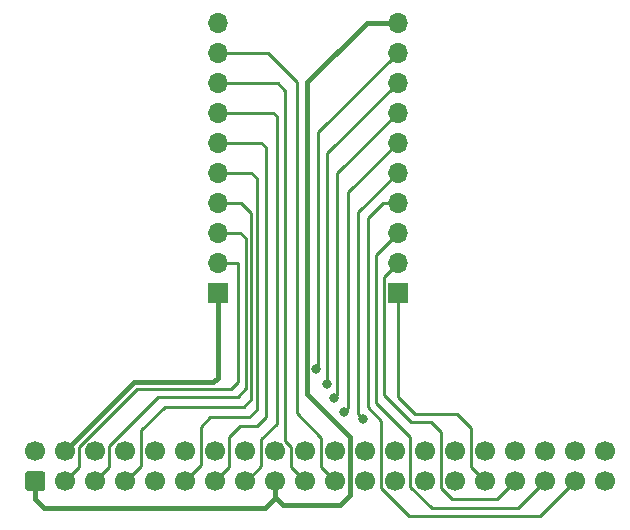
<source format=gbr>
%TF.GenerationSoftware,KiCad,Pcbnew,5.1.12-84ad8e8a86~92~ubuntu18.04.1*%
%TF.CreationDate,2022-06-27T03:15:35+02:00*%
%TF.ProjectId,Parallel-cobbler,50617261-6c6c-4656-9c2d-636f62626c65,rev?*%
%TF.SameCoordinates,Original*%
%TF.FileFunction,Copper,L1,Top*%
%TF.FilePolarity,Positive*%
%FSLAX46Y46*%
G04 Gerber Fmt 4.6, Leading zero omitted, Abs format (unit mm)*
G04 Created by KiCad (PCBNEW 5.1.12-84ad8e8a86~92~ubuntu18.04.1) date 2022-06-27 03:15:35*
%MOMM*%
%LPD*%
G01*
G04 APERTURE LIST*
%TA.AperFunction,ComponentPad*%
%ADD10O,1.700000X1.700000*%
%TD*%
%TA.AperFunction,ComponentPad*%
%ADD11R,1.700000X1.700000*%
%TD*%
%TA.AperFunction,ComponentPad*%
%ADD12C,1.700000*%
%TD*%
%TA.AperFunction,ViaPad*%
%ADD13C,0.800000*%
%TD*%
%TA.AperFunction,Conductor*%
%ADD14C,0.400000*%
%TD*%
%TA.AperFunction,Conductor*%
%ADD15C,0.250000*%
%TD*%
G04 APERTURE END LIST*
D10*
%TO.P,J3,10*%
%TO.N,+3V3*%
X143250000Y-28040000D03*
%TO.P,J3,9*%
%TO.N,/s7*%
X143250000Y-30580000D03*
%TO.P,J3,8*%
%TO.N,/s6*%
X143250000Y-33120000D03*
%TO.P,J3,7*%
%TO.N,/s5*%
X143250000Y-35660000D03*
%TO.P,J3,6*%
%TO.N,/s4*%
X143250000Y-38200000D03*
%TO.P,J3,5*%
%TO.N,/s3*%
X143250000Y-40740000D03*
%TO.P,J3,4*%
%TO.N,/c3*%
X143250000Y-43280000D03*
%TO.P,J3,3*%
%TO.N,/c2*%
X143250000Y-45820000D03*
%TO.P,J3,2*%
%TO.N,/c1*%
X143250000Y-48360000D03*
D11*
%TO.P,J3,1*%
%TO.N,/c0*%
X143250000Y-50900000D03*
%TD*%
D10*
%TO.P,J1,10*%
%TO.N,GND*%
X128000000Y-28050000D03*
%TO.P,J1,9*%
%TO.N,/d7*%
X128000000Y-30590000D03*
%TO.P,J1,8*%
%TO.N,/d6*%
X128000000Y-33130000D03*
%TO.P,J1,7*%
%TO.N,/d5*%
X128000000Y-35670000D03*
%TO.P,J1,6*%
%TO.N,/d4*%
X128000000Y-38210000D03*
%TO.P,J1,5*%
%TO.N,/d3*%
X128000000Y-40750000D03*
%TO.P,J1,4*%
%TO.N,/d2*%
X128000000Y-43290000D03*
%TO.P,J1,3*%
%TO.N,/d1*%
X128000000Y-45830000D03*
%TO.P,J1,2*%
%TO.N,/d0*%
X128000000Y-48370000D03*
D11*
%TO.P,J1,1*%
%TO.N,+5V*%
X128000000Y-50910000D03*
%TD*%
D12*
%TO.P,J2,40*%
%TO.N,/s7*%
X160810000Y-64310000D03*
%TO.P,J2,38*%
%TO.N,/s6*%
X158270000Y-64310000D03*
%TO.P,J2,36*%
%TO.N,/s5*%
X155730000Y-64310000D03*
%TO.P,J2,34*%
%TO.N,GND*%
X153190000Y-64310000D03*
%TO.P,J2,32*%
%TO.N,/s4*%
X150650000Y-64310000D03*
%TO.P,J2,30*%
%TO.N,GND*%
X148110000Y-64310000D03*
%TO.P,J2,28*%
%TO.N,/s3*%
X145570000Y-64310000D03*
%TO.P,J2,26*%
%TO.N,Net-(J2-Pad26)*%
X143030000Y-64310000D03*
%TO.P,J2,24*%
%TO.N,Net-(J2-Pad24)*%
X140490000Y-64310000D03*
%TO.P,J2,22*%
%TO.N,Net-(J2-Pad22)*%
X137950000Y-64310000D03*
%TO.P,J2,20*%
%TO.N,GND*%
X135410000Y-64310000D03*
%TO.P,J2,18*%
%TO.N,Net-(J2-Pad18)*%
X132870000Y-64310000D03*
%TO.P,J2,16*%
%TO.N,Net-(J2-Pad16)*%
X130330000Y-64310000D03*
%TO.P,J2,14*%
%TO.N,GND*%
X127790000Y-64310000D03*
%TO.P,J2,12*%
%TO.N,Net-(J2-Pad12)*%
X125250000Y-64310000D03*
%TO.P,J2,10*%
%TO.N,Net-(J2-Pad10)*%
X122710000Y-64310000D03*
%TO.P,J2,8*%
%TO.N,Net-(J2-Pad8)*%
X120170000Y-64310000D03*
%TO.P,J2,6*%
%TO.N,GND*%
X117630000Y-64310000D03*
%TO.P,J2,4*%
%TO.N,+5V*%
X115090000Y-64310000D03*
%TO.P,J2,2*%
X112550000Y-64310000D03*
%TO.P,J2,39*%
%TO.N,GND*%
X160810000Y-66850000D03*
%TO.P,J2,37*%
%TO.N,/c3*%
X158270000Y-66850000D03*
%TO.P,J2,35*%
%TO.N,/c2*%
X155730000Y-66850000D03*
%TO.P,J2,33*%
%TO.N,/c1*%
X153190000Y-66850000D03*
%TO.P,J2,31*%
%TO.N,/c0*%
X150650000Y-66850000D03*
%TO.P,J2,29*%
%TO.N,Net-(J2-Pad29)*%
X148110000Y-66850000D03*
%TO.P,J2,27*%
%TO.N,Net-(J2-Pad27)*%
X145570000Y-66850000D03*
%TO.P,J2,25*%
%TO.N,GND*%
X143030000Y-66850000D03*
%TO.P,J2,23*%
%TO.N,Net-(J2-Pad23)*%
X140490000Y-66850000D03*
%TO.P,J2,21*%
%TO.N,/d7*%
X137950000Y-66850000D03*
%TO.P,J2,19*%
%TO.N,/d6*%
X135410000Y-66850000D03*
%TO.P,J2,17*%
%TO.N,+3V3*%
X132870000Y-66850000D03*
%TO.P,J2,15*%
%TO.N,/d5*%
X130330000Y-66850000D03*
%TO.P,J2,13*%
%TO.N,/d4*%
X127790000Y-66850000D03*
%TO.P,J2,11*%
%TO.N,/d3*%
X125250000Y-66850000D03*
%TO.P,J2,9*%
%TO.N,GND*%
X122710000Y-66850000D03*
%TO.P,J2,7*%
%TO.N,/d2*%
X120170000Y-66850000D03*
%TO.P,J2,5*%
%TO.N,/d1*%
X117630000Y-66850000D03*
%TO.P,J2,3*%
%TO.N,/d0*%
X115090000Y-66850000D03*
%TO.P,J2,1*%
%TO.N,+3V3*%
%TA.AperFunction,ComponentPad*%
G36*
G01*
X113150000Y-67700000D02*
X111950000Y-67700000D01*
G75*
G02*
X111700000Y-67450000I0J250000D01*
G01*
X111700000Y-66250000D01*
G75*
G02*
X111950000Y-66000000I250000J0D01*
G01*
X113150000Y-66000000D01*
G75*
G02*
X113400000Y-66250000I0J-250000D01*
G01*
X113400000Y-67450000D01*
G75*
G02*
X113150000Y-67700000I-250000J0D01*
G01*
G37*
%TD.AperFunction*%
%TD*%
D13*
%TO.N,/s3*%
X140300000Y-61600000D03*
%TO.N,/s4*%
X138700000Y-61000000D03*
%TO.N,/s5*%
X137900000Y-59850000D03*
%TO.N,/s7*%
X136350000Y-57350000D03*
%TO.N,/s6*%
X137300000Y-58650000D03*
%TD*%
D14*
%TO.N,+5V*%
X120900000Y-58500000D02*
X115090000Y-64310000D01*
X127600000Y-58500000D02*
X120900000Y-58500000D01*
X128000000Y-50910000D02*
X128000000Y-58100000D01*
X128000000Y-58100000D02*
X127600000Y-58500000D01*
%TO.N,+3V3*%
X112550000Y-66850000D02*
X112550000Y-68350000D01*
X112550000Y-68350000D02*
X113300000Y-69100000D01*
X113300000Y-69100000D02*
X132050000Y-69100000D01*
X132870000Y-68280000D02*
X132870000Y-66850000D01*
X132050000Y-69100000D02*
X132870000Y-68280000D01*
X132870000Y-66850000D02*
X132870000Y-68220000D01*
X132870000Y-68220000D02*
X133550000Y-68900000D01*
X133550000Y-68900000D02*
X138350000Y-68900000D01*
X139200001Y-68049999D02*
X139200001Y-63100001D01*
X138350000Y-68900000D02*
X139200001Y-68049999D01*
X135549999Y-59449999D02*
X135549999Y-33100001D01*
X139200001Y-63100001D02*
X135549999Y-59449999D01*
X140610000Y-28040000D02*
X143250000Y-28040000D01*
X135549999Y-33100001D02*
X140610000Y-28040000D01*
D15*
%TO.N,/c3*%
X155320000Y-69800000D02*
X158270000Y-66850000D01*
X144240998Y-69800000D02*
X155320000Y-69800000D01*
X142020000Y-43280000D02*
X140700000Y-44600000D01*
X143250000Y-43280000D02*
X142020000Y-43280000D01*
X140700000Y-44600000D02*
X140700000Y-60600000D01*
X140700000Y-60600000D02*
X141854999Y-61754999D01*
X141854999Y-61754999D02*
X141854999Y-67414001D01*
X141854999Y-67414001D02*
X144240998Y-69800000D01*
%TO.N,/c2*%
X153430000Y-69150000D02*
X155730000Y-66850000D01*
X143250000Y-45820000D02*
X141400000Y-47670000D01*
X141400000Y-60200000D02*
X144300000Y-63100000D01*
X144300000Y-63100000D02*
X144300000Y-67319002D01*
X141400000Y-47670000D02*
X141400000Y-60200000D01*
X144300000Y-67319002D02*
X146130998Y-69150000D01*
X146130998Y-69150000D02*
X153430000Y-69150000D01*
%TO.N,/s3*%
X140300000Y-61600000D02*
X139900000Y-61200000D01*
X139900000Y-44090000D02*
X143250000Y-40740000D01*
X139900000Y-61200000D02*
X139900000Y-44090000D01*
%TO.N,/c1*%
X147870998Y-68350000D02*
X151690000Y-68350000D01*
X146934999Y-67414001D02*
X147870998Y-68350000D01*
X142074999Y-49535001D02*
X142074999Y-59524999D01*
X142074999Y-59524999D02*
X144400000Y-61850000D01*
X143250000Y-48360000D02*
X142074999Y-49535001D01*
X144400000Y-61850000D02*
X146100000Y-61850000D01*
X151690000Y-68350000D02*
X153190000Y-66850000D01*
X146100000Y-61850000D02*
X146934999Y-62684999D01*
X146934999Y-62684999D02*
X146934999Y-67414001D01*
%TO.N,/s4*%
X143250000Y-38200000D02*
X139050000Y-42400000D01*
X139050000Y-42400000D02*
X139050000Y-60650000D01*
X139050000Y-60650000D02*
X138700000Y-61000000D01*
%TO.N,/s5*%
X143250000Y-35660000D02*
X138150000Y-40760000D01*
X138150000Y-40760000D02*
X138150000Y-59600000D01*
X138150000Y-59600000D02*
X137900000Y-59850000D01*
%TO.N,/s7*%
X143250000Y-30580000D02*
X136500000Y-37330000D01*
X136500000Y-37330000D02*
X136500000Y-57200000D01*
X136500000Y-57200000D02*
X136350000Y-57350000D01*
%TO.N,/s6*%
X143250000Y-33120000D02*
X137300000Y-39070000D01*
X137300000Y-39070000D02*
X137300000Y-58650000D01*
%TO.N,/d7*%
X128000000Y-30590000D02*
X132240000Y-30590000D01*
X134700000Y-33050000D02*
X134700000Y-61100000D01*
X132240000Y-30590000D02*
X134700000Y-33050000D01*
X136774999Y-65674999D02*
X137950000Y-66850000D01*
X136774999Y-63174999D02*
X136774999Y-65674999D01*
X134700000Y-61100000D02*
X136774999Y-63174999D01*
%TO.N,/d6*%
X128000000Y-33130000D02*
X133080000Y-33130000D01*
X133080000Y-33130000D02*
X133750000Y-33800000D01*
X134234999Y-65674999D02*
X135410000Y-66850000D01*
X134234999Y-63935997D02*
X134234999Y-65674999D01*
X133750000Y-63450998D02*
X134234999Y-63935997D01*
X133750000Y-33800000D02*
X133750000Y-63450998D01*
%TO.N,/d5*%
X130450000Y-66850000D02*
X130330000Y-66850000D01*
X132720000Y-35670000D02*
X133000000Y-35950000D01*
X128000000Y-35670000D02*
X132720000Y-35670000D01*
X133000000Y-35950000D02*
X133000000Y-62000000D01*
X133000000Y-62000000D02*
X131694999Y-63305001D01*
X131694999Y-65605001D02*
X130450000Y-66850000D01*
X131694999Y-63305001D02*
X131694999Y-65605001D01*
%TO.N,/d4*%
X128000000Y-38210000D02*
X131710000Y-38210000D01*
X132100000Y-38600000D02*
X132100000Y-61450000D01*
X131710000Y-38210000D02*
X132100000Y-38600000D01*
X132100000Y-61450000D02*
X131350000Y-62200000D01*
X131350000Y-62200000D02*
X129900000Y-62200000D01*
X128965001Y-65674999D02*
X127790000Y-66850000D01*
X128965001Y-63134999D02*
X128965001Y-65674999D01*
X129900000Y-62200000D02*
X128965001Y-63134999D01*
%TO.N,/d1*%
X128000000Y-45830000D02*
X129930000Y-45830000D01*
X130399980Y-46299980D02*
X130399980Y-59000020D01*
X129930000Y-45830000D02*
X130399980Y-46299980D01*
X130399980Y-59000020D02*
X129700000Y-59700000D01*
X118805001Y-65674999D02*
X117630000Y-66850000D01*
X118805001Y-63844999D02*
X118805001Y-65674999D01*
X122950000Y-59700000D02*
X118805001Y-63844999D01*
X129700000Y-59700000D02*
X122950000Y-59700000D01*
%TO.N,/d0*%
X128000000Y-48370000D02*
X129670000Y-48370000D01*
X129670000Y-48370000D02*
X129700000Y-48400000D01*
X129700000Y-48400000D02*
X129700000Y-58500000D01*
X129700000Y-58500000D02*
X129150000Y-59050000D01*
X116265001Y-65674999D02*
X115090000Y-66850000D01*
X116265001Y-63935997D02*
X116265001Y-65674999D01*
X121150998Y-59050000D02*
X116265001Y-63935997D01*
X129150000Y-59050000D02*
X121150998Y-59050000D01*
%TO.N,/c0*%
X149474999Y-65674999D02*
X150650000Y-66850000D01*
X149474999Y-62374999D02*
X149474999Y-65674999D01*
X148300000Y-61200000D02*
X149474999Y-62374999D01*
X144700000Y-61200000D02*
X148300000Y-61200000D01*
X143250000Y-50900000D02*
X143250000Y-59750000D01*
X143250000Y-59750000D02*
X144700000Y-61200000D01*
%TO.N,/d3*%
X128000000Y-40750000D02*
X130850000Y-40750000D01*
X130850000Y-40750000D02*
X131300000Y-41200000D01*
X131300000Y-41200000D02*
X131300000Y-60850000D01*
X131300000Y-60850000D02*
X130700000Y-61450000D01*
X130700000Y-61450000D02*
X127400000Y-61450000D01*
X127400000Y-61450000D02*
X126600000Y-62250000D01*
X126600000Y-65500000D02*
X125250000Y-66850000D01*
X126600000Y-62250000D02*
X126600000Y-65500000D01*
%TO.N,/d2*%
X128000000Y-43290000D02*
X129990000Y-43290000D01*
X129990000Y-43290000D02*
X130849990Y-44149990D01*
X130849990Y-44149990D02*
X130849990Y-59900010D01*
X130849990Y-59900010D02*
X130200000Y-60550000D01*
X130200000Y-60550000D02*
X123550000Y-60550000D01*
X121534999Y-62565001D02*
X121534999Y-65565001D01*
X123550000Y-60550000D02*
X121534999Y-62565001D01*
X120250000Y-66850000D02*
X120170000Y-66850000D01*
X121534999Y-65565001D02*
X120250000Y-66850000D01*
%TD*%
M02*

</source>
